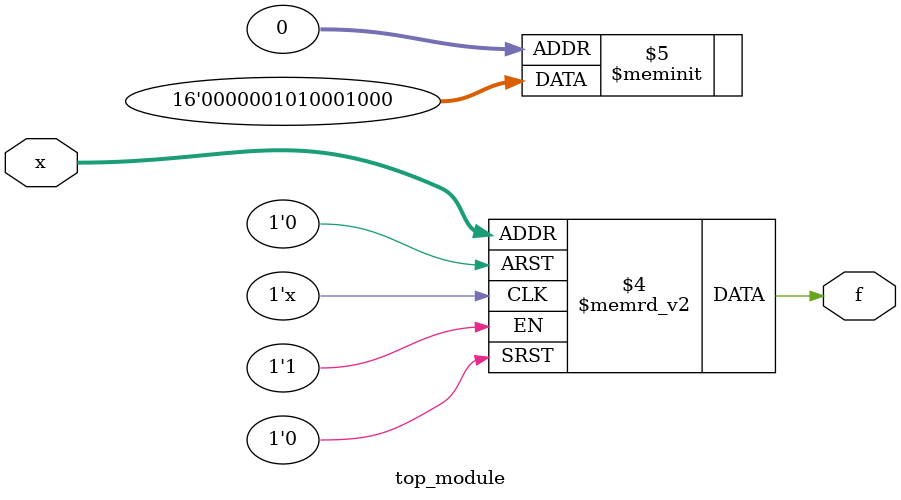
<source format=sv>
module top_module (
    input [4:1] x,
    output logic f
);

always_comb begin
    case ({x[4:3], x[2:1]})
        4'b0001: f = 1'b0;
        4'b0011: f = 1'b1;
        4'b0101: f = 1'b0;
        4'b0111: f = 1'b1;
        4'b1001: f = 1'b1;
        4'b1011: f = 1'b0;
        4'b1101: f = 1'b0;
        4'b1111: f = 1'b0;
        default: f = 1'b0; // Don't-care cases
    endcase
end

endmodule

</source>
